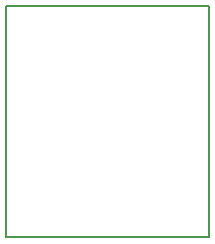
<source format=gbr>
%TF.GenerationSoftware,KiCad,Pcbnew,8.0.7*%
%TF.CreationDate,2025-04-29T18:30:47-03:00*%
%TF.ProjectId,ads_headstage_board_v4,6164735f-6865-4616-9473-746167655f62,rev?*%
%TF.SameCoordinates,Original*%
%TF.FileFunction,Profile,NP*%
%FSLAX46Y46*%
G04 Gerber Fmt 4.6, Leading zero omitted, Abs format (unit mm)*
G04 Created by KiCad (PCBNEW 8.0.7) date 2025-04-29 18:30:47*
%MOMM*%
%LPD*%
G01*
G04 APERTURE LIST*
%TA.AperFunction,Profile*%
%ADD10C,0.150000*%
%TD*%
G04 APERTURE END LIST*
D10*
X122500000Y-90750000D02*
X123050000Y-90750000D01*
X122500000Y-110300000D02*
X122500000Y-90750000D01*
X122550000Y-110300000D02*
X122500000Y-110300000D01*
X139700000Y-110300000D02*
X122550000Y-110300000D01*
X139700000Y-110250000D02*
X139700000Y-110300000D01*
X139700000Y-110200000D02*
X139700000Y-110250000D01*
X139700000Y-110100000D02*
X139700000Y-110200000D01*
X139700000Y-90750000D02*
X139700000Y-110100000D01*
X139600000Y-90750000D02*
X139700000Y-90750000D01*
X123050000Y-90750000D02*
X139600000Y-90750000D01*
M02*

</source>
